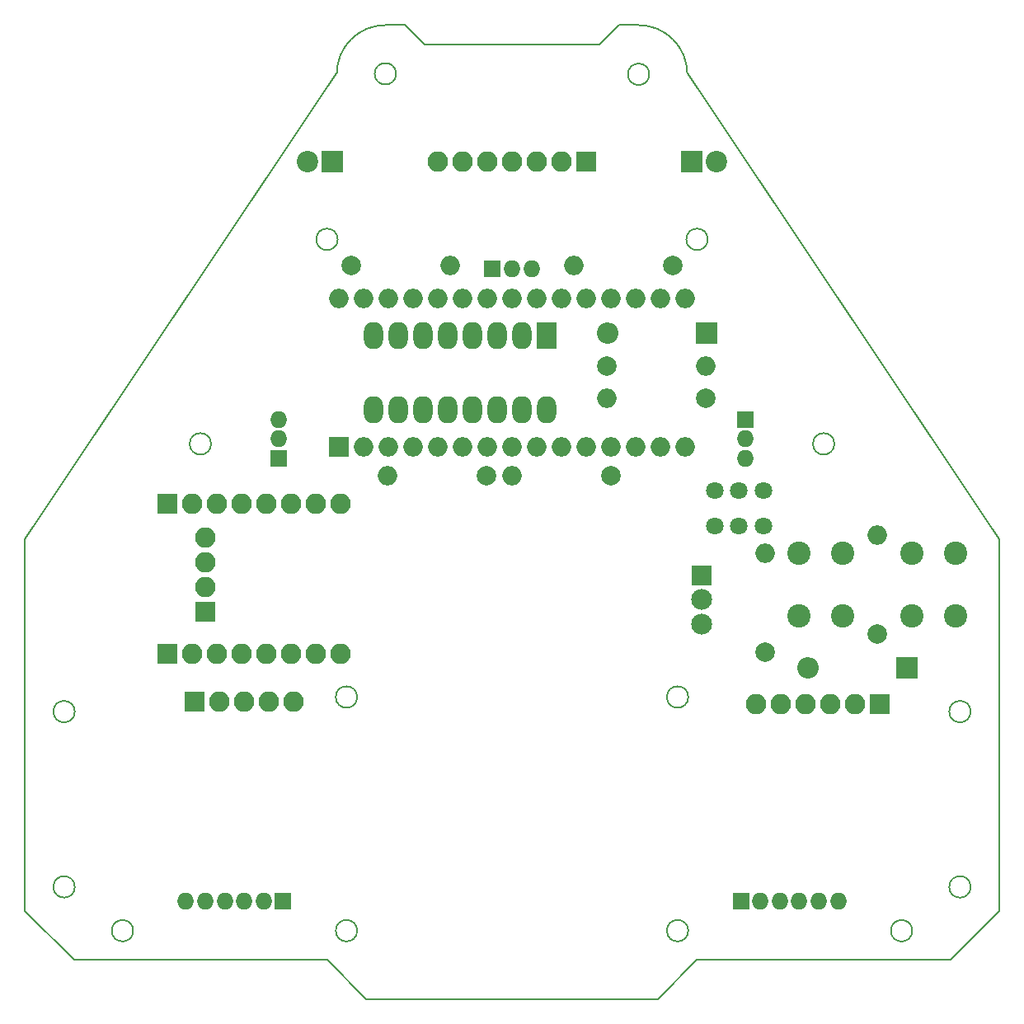
<source format=gbs>
G04 #@! TF.FileFunction,Soldermask,Bot*
%FSLAX46Y46*%
G04 Gerber Fmt 4.6, Leading zero omitted, Abs format (unit mm)*
G04 Created by KiCad (PCBNEW 4.0.7) date 07/12/18 19:39:05*
%MOMM*%
%LPD*%
G01*
G04 APERTURE LIST*
%ADD10C,0.100000*%
%ADD11C,0.150000*%
%ADD12R,2.000000X2.000000*%
%ADD13O,2.000000X2.000000*%
%ADD14R,2.100000X2.100000*%
%ADD15O,2.100000X2.100000*%
%ADD16R,2.200000X2.200000*%
%ADD17C,2.200000*%
%ADD18O,2.200000X2.200000*%
%ADD19R,2.150000X2.150000*%
%ADD20C,2.150000*%
%ADD21C,2.000000*%
%ADD22C,1.800000*%
%ADD23R,2.000000X2.800000*%
%ADD24O,2.000000X2.800000*%
%ADD25C,2.400000*%
%ADD26R,1.750000X1.750000*%
%ADD27O,1.750000X1.750000*%
G04 APERTURE END LIST*
D10*
D11*
X61000000Y100000000D02*
X63000000Y100000000D01*
X37000000Y100000000D02*
X39000000Y100000000D01*
X59000000Y98000000D02*
X61000000Y100000000D01*
X41000000Y98000000D02*
X59000000Y98000000D01*
X39000000Y100000000D02*
X41000000Y98000000D01*
X100000000Y47200000D02*
X68000000Y95000000D01*
X68000000Y95000000D02*
G75*
G03X63000000Y100000000I-5000000J0D01*
G01*
X32000000Y95000000D02*
X0Y47200000D01*
X37000000Y100000000D02*
G75*
G03X32000000Y95000000I0J-5000000D01*
G01*
X83100000Y57000000D02*
G75*
G03X83100000Y57000000I-1100000J0D01*
G01*
X19100000Y57000000D02*
G75*
G03X19100000Y57000000I-1100000J0D01*
G01*
X70100000Y78000000D02*
G75*
G03X70100000Y78000000I-1100000J0D01*
G01*
X32100000Y78000000D02*
G75*
G03X32100000Y78000000I-1100000J0D01*
G01*
X64100000Y94950000D02*
G75*
G03X64100000Y94950000I-1100000J0D01*
G01*
X38100000Y95000000D02*
G75*
G03X38100000Y95000000I-1100000J0D01*
G01*
X34100000Y31000000D02*
G75*
G03X34100000Y31000000I-1100000J0D01*
G01*
X68100000Y31000000D02*
G75*
G03X68100000Y31000000I-1100000J0D01*
G01*
X68100000Y7000000D02*
G75*
G03X68100000Y7000000I-1100000J0D01*
G01*
X34100000Y7000000D02*
G75*
G03X34100000Y7000000I-1100000J0D01*
G01*
X91100000Y7000000D02*
G75*
G03X91100000Y7000000I-1100000J0D01*
G01*
X11100000Y7000000D02*
G75*
G03X11100000Y7000000I-1100000J0D01*
G01*
X95000000Y4000000D02*
X100000000Y9000000D01*
X69000000Y4000000D02*
X95000000Y4000000D01*
X65000000Y0D02*
X69000000Y4000000D01*
X35000000Y0D02*
X65000000Y0D01*
X5000000Y4000000D02*
X0Y9000000D01*
X31000000Y4000000D02*
X5000000Y4000000D01*
X35000000Y0D02*
X31000000Y4000000D01*
X97100000Y29500000D02*
G75*
G03X97100000Y29500000I-1100000J0D01*
G01*
X97100000Y11500000D02*
G75*
G03X97100000Y11500000I-1100000J0D01*
G01*
X5100000Y11500000D02*
G75*
G03X5100000Y11500000I-1100000J0D01*
G01*
X5100000Y29500000D02*
G75*
G03X5100000Y29500000I-1100000J0D01*
G01*
X0Y47200000D02*
X0Y9000000D01*
X100000000Y9000000D02*
X100000000Y47200000D01*
D12*
X32220000Y56660000D03*
D13*
X65240000Y71900000D03*
X34760000Y56660000D03*
X62700000Y71900000D03*
X37300000Y56660000D03*
X60160000Y71900000D03*
X39840000Y56660000D03*
X57620000Y71900000D03*
X42380000Y56660000D03*
X55080000Y71900000D03*
X44920000Y56660000D03*
X52540000Y71900000D03*
X47460000Y56660000D03*
X50000000Y71900000D03*
X50000000Y56660000D03*
X47460000Y71900000D03*
X52540000Y56660000D03*
X44920000Y71900000D03*
X55080000Y56660000D03*
X42380000Y71900000D03*
X57620000Y56660000D03*
X39840000Y71900000D03*
X60160000Y56660000D03*
X37300000Y71900000D03*
X62700000Y56660000D03*
X34760000Y71900000D03*
X65240000Y56660000D03*
X32220000Y71900000D03*
X67780000Y56660000D03*
X67780000Y71900000D03*
D14*
X14635931Y35430000D03*
D15*
X17175931Y35430000D03*
X19715931Y35430000D03*
X22255931Y35430000D03*
X24795931Y35430000D03*
X27335931Y35430000D03*
X29875931Y35430000D03*
X32415931Y35430000D03*
D16*
X31540000Y86000000D03*
D17*
X29000000Y86000000D03*
D16*
X68460000Y86000000D03*
D17*
X71000000Y86000000D03*
D16*
X70000000Y68400000D03*
D18*
X59840000Y68400000D03*
D19*
X69500000Y43500000D03*
D20*
X69500000Y41000000D03*
X69500000Y38500000D03*
D21*
X33500000Y75300000D03*
D13*
X43660000Y75300000D03*
D21*
X66500000Y75300000D03*
D13*
X56340000Y75300000D03*
D21*
X75950000Y35640000D03*
D13*
X75950000Y45800000D03*
D21*
X87500000Y37500000D03*
D13*
X87500000Y47660000D03*
D21*
X59740000Y65000000D03*
D13*
X69900000Y65000000D03*
D21*
X69900000Y61700000D03*
D13*
X59740000Y61700000D03*
D22*
X75800000Y48600000D03*
X75800000Y52200000D03*
X73300000Y48600000D03*
X70800000Y48600000D03*
X70800000Y52200000D03*
X73300000Y52200000D03*
D23*
X53580000Y68120000D03*
D24*
X35800000Y60500000D03*
X51040000Y68120000D03*
X38340000Y60500000D03*
X48500000Y68120000D03*
X40880000Y60500000D03*
X45960000Y68120000D03*
X43420000Y60500000D03*
X43420000Y68120000D03*
X45960000Y60500000D03*
X40880000Y68120000D03*
X48500000Y60500000D03*
X38340000Y68120000D03*
X51040000Y60500000D03*
X35800000Y68120000D03*
X53580000Y60500000D03*
D25*
X83950000Y39300000D03*
X79450000Y39300000D03*
X83950000Y45800000D03*
X79450000Y45800000D03*
X95550000Y39300000D03*
X91050000Y39300000D03*
X95550000Y45800000D03*
X91050000Y45800000D03*
D14*
X14635931Y50880839D03*
D15*
X17175931Y50880839D03*
X19715931Y50880839D03*
X22255931Y50880839D03*
X24795931Y50880839D03*
X27335931Y50880839D03*
X29875931Y50880839D03*
X32415931Y50880839D03*
D14*
X18500000Y39760000D03*
D15*
X18500000Y42300000D03*
X18500000Y44840000D03*
X18500000Y47380000D03*
D14*
X87740000Y30300000D03*
D15*
X85200000Y30300000D03*
X82660000Y30300000D03*
X80120000Y30300000D03*
X77580000Y30300000D03*
X75040000Y30300000D03*
D14*
X17420000Y30500000D03*
D15*
X19960000Y30500000D03*
X22500000Y30500000D03*
X25040000Y30500000D03*
X27580000Y30500000D03*
D26*
X26500000Y10000000D03*
D27*
X24500000Y10000000D03*
X22500000Y10000000D03*
X20500000Y10000000D03*
X18500000Y10000000D03*
X16500000Y10000000D03*
D26*
X73500000Y10000000D03*
D27*
X75500000Y10000000D03*
X77500000Y10000000D03*
X79500000Y10000000D03*
X81500000Y10000000D03*
X83500000Y10000000D03*
D26*
X26000000Y55500000D03*
D27*
X26000000Y57500000D03*
X26000000Y59500000D03*
D26*
X48000000Y75000000D03*
D27*
X50000000Y75000000D03*
X52000000Y75000000D03*
D26*
X74000000Y59500000D03*
D27*
X74000000Y57500000D03*
X74000000Y55500000D03*
D14*
X57620000Y86000000D03*
D15*
X55080000Y86000000D03*
X52540000Y86000000D03*
X50000000Y86000000D03*
X47460000Y86000000D03*
X44920000Y86000000D03*
X42380000Y86000000D03*
D21*
X47400000Y53700000D03*
D13*
X37240000Y53700000D03*
D21*
X60160000Y53700000D03*
D13*
X50000000Y53700000D03*
D16*
X90560000Y34000000D03*
D18*
X80400000Y34000000D03*
M02*

</source>
